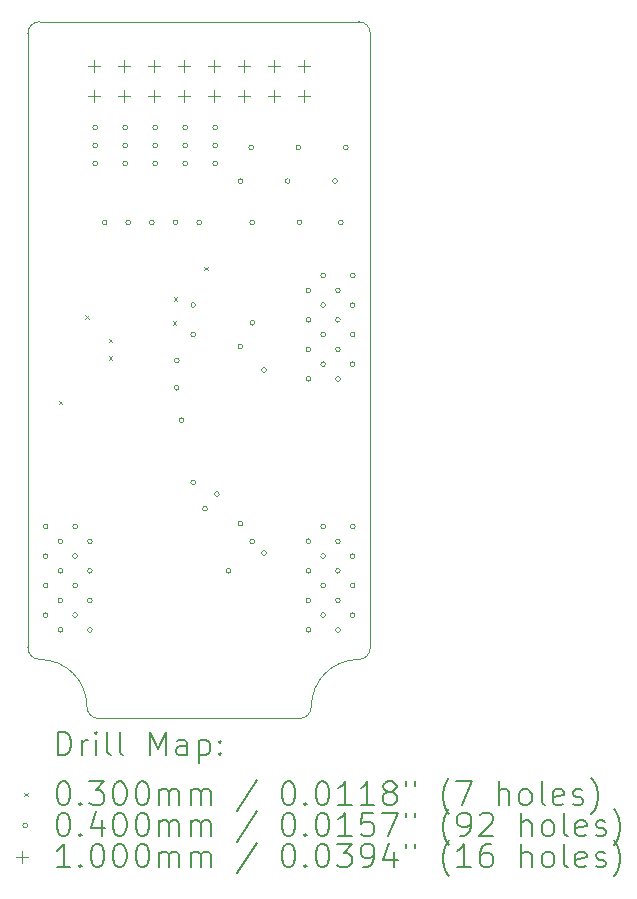
<source format=gbr>
%TF.GenerationSoftware,KiCad,Pcbnew,(6.0.9)*%
%TF.CreationDate,2022-12-02T21:30:59+00:00*%
%TF.ProjectId,SPIRadioCFRTC,53504952-6164-4696-9f43-465254432e6b,rev?*%
%TF.SameCoordinates,Original*%
%TF.FileFunction,Drillmap*%
%TF.FilePolarity,Positive*%
%FSLAX45Y45*%
G04 Gerber Fmt 4.5, Leading zero omitted, Abs format (unit mm)*
G04 Created by KiCad (PCBNEW (6.0.9)) date 2022-12-02 21:30:59*
%MOMM*%
%LPD*%
G01*
G04 APERTURE LIST*
%ADD10C,0.050000*%
%ADD11C,0.200000*%
%ADD12C,0.030000*%
%ADD13C,0.040000*%
%ADD14C,0.100000*%
G04 APERTURE END LIST*
D10*
X2150000Y-2050000D02*
X4850000Y-2050000D01*
X4950000Y-2150000D02*
X4950000Y-7350000D01*
X4350000Y-7950000D02*
X2650000Y-7950000D01*
X2050000Y-7350000D02*
X2050000Y-2150000D01*
X2150000Y-2050000D02*
G75*
G03*
X2050000Y-2150000I0J-100000D01*
G01*
X4950000Y-2150000D02*
G75*
G03*
X4850000Y-2050000I-100000J0D01*
G01*
X4350000Y-7950000D02*
G75*
G03*
X4450000Y-7850000I0J100000D01*
G01*
X2550000Y-7850000D02*
G75*
G03*
X2650000Y-7950000I100000J0D01*
G01*
X4850000Y-7450000D02*
G75*
G03*
X4950000Y-7350000I0J100000D01*
G01*
X2050000Y-7350000D02*
G75*
G03*
X2150000Y-7450000I100000J0D01*
G01*
X2550000Y-7850000D02*
G75*
G03*
X2150000Y-7450000I-400000J0D01*
G01*
X4850000Y-7450000D02*
G75*
G03*
X4450000Y-7850000I0J-400000D01*
G01*
D11*
D12*
X2310000Y-5260000D02*
X2340000Y-5290000D01*
X2340000Y-5260000D02*
X2310000Y-5290000D01*
X2535000Y-4535000D02*
X2565000Y-4565000D01*
X2565000Y-4535000D02*
X2535000Y-4565000D01*
X2735000Y-4735000D02*
X2765000Y-4765000D01*
X2765000Y-4735000D02*
X2735000Y-4765000D01*
X2735000Y-4885000D02*
X2765000Y-4915000D01*
X2765000Y-4885000D02*
X2735000Y-4915000D01*
X3275000Y-4585000D02*
X3305000Y-4615000D01*
X3305000Y-4585000D02*
X3275000Y-4615000D01*
X3285000Y-4385000D02*
X3315000Y-4415000D01*
X3315000Y-4385000D02*
X3285000Y-4415000D01*
X3544799Y-4125201D02*
X3574799Y-4155201D01*
X3574799Y-4125201D02*
X3544799Y-4155201D01*
D13*
X2220000Y-6325000D02*
G75*
G03*
X2220000Y-6325000I-20000J0D01*
G01*
X2220000Y-6575000D02*
G75*
G03*
X2220000Y-6575000I-20000J0D01*
G01*
X2220000Y-6825000D02*
G75*
G03*
X2220000Y-6825000I-20000J0D01*
G01*
X2220000Y-7075000D02*
G75*
G03*
X2220000Y-7075000I-20000J0D01*
G01*
X2345000Y-6450000D02*
G75*
G03*
X2345000Y-6450000I-20000J0D01*
G01*
X2345000Y-6700000D02*
G75*
G03*
X2345000Y-6700000I-20000J0D01*
G01*
X2345000Y-6950000D02*
G75*
G03*
X2345000Y-6950000I-20000J0D01*
G01*
X2345000Y-7200000D02*
G75*
G03*
X2345000Y-7200000I-20000J0D01*
G01*
X2470000Y-6325000D02*
G75*
G03*
X2470000Y-6325000I-20000J0D01*
G01*
X2470000Y-6575000D02*
G75*
G03*
X2470000Y-6575000I-20000J0D01*
G01*
X2470000Y-6825000D02*
G75*
G03*
X2470000Y-6825000I-20000J0D01*
G01*
X2470000Y-7075000D02*
G75*
G03*
X2470000Y-7075000I-20000J0D01*
G01*
X2595000Y-6450000D02*
G75*
G03*
X2595000Y-6450000I-20000J0D01*
G01*
X2595000Y-6700000D02*
G75*
G03*
X2595000Y-6700000I-20000J0D01*
G01*
X2595000Y-6950000D02*
G75*
G03*
X2595000Y-6950000I-20000J0D01*
G01*
X2595000Y-7200000D02*
G75*
G03*
X2595000Y-7200000I-20000J0D01*
G01*
X2639800Y-2947400D02*
G75*
G03*
X2639800Y-2947400I-20000J0D01*
G01*
X2639800Y-3099800D02*
G75*
G03*
X2639800Y-3099800I-20000J0D01*
G01*
X2639800Y-3252200D02*
G75*
G03*
X2639800Y-3252200I-20000J0D01*
G01*
X2720000Y-3750000D02*
G75*
G03*
X2720000Y-3750000I-20000J0D01*
G01*
X2893800Y-2947400D02*
G75*
G03*
X2893800Y-2947400I-20000J0D01*
G01*
X2893800Y-3099800D02*
G75*
G03*
X2893800Y-3099800I-20000J0D01*
G01*
X2893800Y-3252200D02*
G75*
G03*
X2893800Y-3252200I-20000J0D01*
G01*
X2920000Y-3750000D02*
G75*
G03*
X2920000Y-3750000I-20000J0D01*
G01*
X3120000Y-3750000D02*
G75*
G03*
X3120000Y-3750000I-20000J0D01*
G01*
X3147800Y-2947400D02*
G75*
G03*
X3147800Y-2947400I-20000J0D01*
G01*
X3147800Y-3099800D02*
G75*
G03*
X3147800Y-3099800I-20000J0D01*
G01*
X3147800Y-3252200D02*
G75*
G03*
X3147800Y-3252200I-20000J0D01*
G01*
X3320000Y-3750000D02*
G75*
G03*
X3320000Y-3750000I-20000J0D01*
G01*
X3330000Y-4920000D02*
G75*
G03*
X3330000Y-4920000I-20000J0D01*
G01*
X3330000Y-5150000D02*
G75*
G03*
X3330000Y-5150000I-20000J0D01*
G01*
X3370000Y-5425000D02*
G75*
G03*
X3370000Y-5425000I-20000J0D01*
G01*
X3401800Y-2947400D02*
G75*
G03*
X3401800Y-2947400I-20000J0D01*
G01*
X3401800Y-3099800D02*
G75*
G03*
X3401800Y-3099800I-20000J0D01*
G01*
X3401800Y-3252200D02*
G75*
G03*
X3401800Y-3252200I-20000J0D01*
G01*
X3470000Y-4450000D02*
G75*
G03*
X3470000Y-4450000I-20000J0D01*
G01*
X3470000Y-4700000D02*
G75*
G03*
X3470000Y-4700000I-20000J0D01*
G01*
X3470000Y-5950000D02*
G75*
G03*
X3470000Y-5950000I-20000J0D01*
G01*
X3520000Y-3750000D02*
G75*
G03*
X3520000Y-3750000I-20000J0D01*
G01*
X3570000Y-6174200D02*
G75*
G03*
X3570000Y-6174200I-20000J0D01*
G01*
X3655800Y-2947400D02*
G75*
G03*
X3655800Y-2947400I-20000J0D01*
G01*
X3655800Y-3099800D02*
G75*
G03*
X3655800Y-3099800I-20000J0D01*
G01*
X3655800Y-3252200D02*
G75*
G03*
X3655800Y-3252200I-20000J0D01*
G01*
X3670000Y-6050000D02*
G75*
G03*
X3670000Y-6050000I-20000J0D01*
G01*
X3770000Y-6700000D02*
G75*
G03*
X3770000Y-6700000I-20000J0D01*
G01*
X3870000Y-3400000D02*
G75*
G03*
X3870000Y-3400000I-20000J0D01*
G01*
X3870000Y-4800000D02*
G75*
G03*
X3870000Y-4800000I-20000J0D01*
G01*
X3870000Y-6300000D02*
G75*
G03*
X3870000Y-6300000I-20000J0D01*
G01*
X3960625Y-3115625D02*
G75*
G03*
X3960625Y-3115625I-20000J0D01*
G01*
X3970000Y-3750000D02*
G75*
G03*
X3970000Y-3750000I-20000J0D01*
G01*
X3970000Y-4600000D02*
G75*
G03*
X3970000Y-4600000I-20000J0D01*
G01*
X3970000Y-6450000D02*
G75*
G03*
X3970000Y-6450000I-20000J0D01*
G01*
X4070000Y-5000000D02*
G75*
G03*
X4070000Y-5000000I-20000J0D01*
G01*
X4070000Y-6550000D02*
G75*
G03*
X4070000Y-6550000I-20000J0D01*
G01*
X4270000Y-3400000D02*
G75*
G03*
X4270000Y-3400000I-20000J0D01*
G01*
X4360625Y-3115625D02*
G75*
G03*
X4360625Y-3115625I-20000J0D01*
G01*
X4370000Y-3750000D02*
G75*
G03*
X4370000Y-3750000I-20000J0D01*
G01*
X4445000Y-4325000D02*
G75*
G03*
X4445000Y-4325000I-20000J0D01*
G01*
X4445000Y-4575000D02*
G75*
G03*
X4445000Y-4575000I-20000J0D01*
G01*
X4445000Y-4825000D02*
G75*
G03*
X4445000Y-4825000I-20000J0D01*
G01*
X4445000Y-5075000D02*
G75*
G03*
X4445000Y-5075000I-20000J0D01*
G01*
X4445000Y-6450000D02*
G75*
G03*
X4445000Y-6450000I-20000J0D01*
G01*
X4445000Y-6700000D02*
G75*
G03*
X4445000Y-6700000I-20000J0D01*
G01*
X4445000Y-6950000D02*
G75*
G03*
X4445000Y-6950000I-20000J0D01*
G01*
X4445000Y-7200000D02*
G75*
G03*
X4445000Y-7200000I-20000J0D01*
G01*
X4570000Y-4200000D02*
G75*
G03*
X4570000Y-4200000I-20000J0D01*
G01*
X4570000Y-4450000D02*
G75*
G03*
X4570000Y-4450000I-20000J0D01*
G01*
X4570000Y-4700000D02*
G75*
G03*
X4570000Y-4700000I-20000J0D01*
G01*
X4570000Y-4950000D02*
G75*
G03*
X4570000Y-4950000I-20000J0D01*
G01*
X4570000Y-6325000D02*
G75*
G03*
X4570000Y-6325000I-20000J0D01*
G01*
X4570000Y-6575000D02*
G75*
G03*
X4570000Y-6575000I-20000J0D01*
G01*
X4570000Y-6825000D02*
G75*
G03*
X4570000Y-6825000I-20000J0D01*
G01*
X4570000Y-7075000D02*
G75*
G03*
X4570000Y-7075000I-20000J0D01*
G01*
X4670000Y-3400000D02*
G75*
G03*
X4670000Y-3400000I-20000J0D01*
G01*
X4695000Y-4325000D02*
G75*
G03*
X4695000Y-4325000I-20000J0D01*
G01*
X4695000Y-4575000D02*
G75*
G03*
X4695000Y-4575000I-20000J0D01*
G01*
X4695000Y-4825000D02*
G75*
G03*
X4695000Y-4825000I-20000J0D01*
G01*
X4695000Y-5075000D02*
G75*
G03*
X4695000Y-5075000I-20000J0D01*
G01*
X4695000Y-6450000D02*
G75*
G03*
X4695000Y-6450000I-20000J0D01*
G01*
X4695000Y-6700000D02*
G75*
G03*
X4695000Y-6700000I-20000J0D01*
G01*
X4695000Y-6950000D02*
G75*
G03*
X4695000Y-6950000I-20000J0D01*
G01*
X4695000Y-7200000D02*
G75*
G03*
X4695000Y-7200000I-20000J0D01*
G01*
X4720000Y-3750000D02*
G75*
G03*
X4720000Y-3750000I-20000J0D01*
G01*
X4760625Y-3115625D02*
G75*
G03*
X4760625Y-3115625I-20000J0D01*
G01*
X4820000Y-4200000D02*
G75*
G03*
X4820000Y-4200000I-20000J0D01*
G01*
X4820000Y-4450000D02*
G75*
G03*
X4820000Y-4450000I-20000J0D01*
G01*
X4820000Y-4700000D02*
G75*
G03*
X4820000Y-4700000I-20000J0D01*
G01*
X4820000Y-4950000D02*
G75*
G03*
X4820000Y-4950000I-20000J0D01*
G01*
X4820000Y-6325000D02*
G75*
G03*
X4820000Y-6325000I-20000J0D01*
G01*
X4820000Y-6575000D02*
G75*
G03*
X4820000Y-6575000I-20000J0D01*
G01*
X4820000Y-6825000D02*
G75*
G03*
X4820000Y-6825000I-20000J0D01*
G01*
X4820000Y-7075000D02*
G75*
G03*
X4820000Y-7075000I-20000J0D01*
G01*
D14*
X2611000Y-2373000D02*
X2611000Y-2473000D01*
X2561000Y-2423000D02*
X2661000Y-2423000D01*
X2611000Y-2627000D02*
X2611000Y-2727000D01*
X2561000Y-2677000D02*
X2661000Y-2677000D01*
X2865000Y-2373000D02*
X2865000Y-2473000D01*
X2815000Y-2423000D02*
X2915000Y-2423000D01*
X2865000Y-2627000D02*
X2865000Y-2727000D01*
X2815000Y-2677000D02*
X2915000Y-2677000D01*
X3119000Y-2373000D02*
X3119000Y-2473000D01*
X3069000Y-2423000D02*
X3169000Y-2423000D01*
X3119000Y-2627000D02*
X3119000Y-2727000D01*
X3069000Y-2677000D02*
X3169000Y-2677000D01*
X3373000Y-2373000D02*
X3373000Y-2473000D01*
X3323000Y-2423000D02*
X3423000Y-2423000D01*
X3373000Y-2627000D02*
X3373000Y-2727000D01*
X3323000Y-2677000D02*
X3423000Y-2677000D01*
X3627000Y-2373000D02*
X3627000Y-2473000D01*
X3577000Y-2423000D02*
X3677000Y-2423000D01*
X3627000Y-2627000D02*
X3627000Y-2727000D01*
X3577000Y-2677000D02*
X3677000Y-2677000D01*
X3881000Y-2373000D02*
X3881000Y-2473000D01*
X3831000Y-2423000D02*
X3931000Y-2423000D01*
X3881000Y-2627000D02*
X3881000Y-2727000D01*
X3831000Y-2677000D02*
X3931000Y-2677000D01*
X4135000Y-2373000D02*
X4135000Y-2473000D01*
X4085000Y-2423000D02*
X4185000Y-2423000D01*
X4135000Y-2627000D02*
X4135000Y-2727000D01*
X4085000Y-2677000D02*
X4185000Y-2677000D01*
X4389000Y-2373000D02*
X4389000Y-2473000D01*
X4339000Y-2423000D02*
X4439000Y-2423000D01*
X4389000Y-2627000D02*
X4389000Y-2727000D01*
X4339000Y-2677000D02*
X4439000Y-2677000D01*
D11*
X2305119Y-8262976D02*
X2305119Y-8062976D01*
X2352738Y-8062976D01*
X2381310Y-8072500D01*
X2400357Y-8091548D01*
X2409881Y-8110595D01*
X2419405Y-8148690D01*
X2419405Y-8177262D01*
X2409881Y-8215357D01*
X2400357Y-8234405D01*
X2381310Y-8253452D01*
X2352738Y-8262976D01*
X2305119Y-8262976D01*
X2505119Y-8262976D02*
X2505119Y-8129643D01*
X2505119Y-8167738D02*
X2514643Y-8148690D01*
X2524167Y-8139167D01*
X2543214Y-8129643D01*
X2562262Y-8129643D01*
X2628929Y-8262976D02*
X2628929Y-8129643D01*
X2628929Y-8062976D02*
X2619405Y-8072500D01*
X2628929Y-8082024D01*
X2638452Y-8072500D01*
X2628929Y-8062976D01*
X2628929Y-8082024D01*
X2752738Y-8262976D02*
X2733690Y-8253452D01*
X2724167Y-8234405D01*
X2724167Y-8062976D01*
X2857500Y-8262976D02*
X2838452Y-8253452D01*
X2828928Y-8234405D01*
X2828928Y-8062976D01*
X3086071Y-8262976D02*
X3086071Y-8062976D01*
X3152738Y-8205833D01*
X3219405Y-8062976D01*
X3219405Y-8262976D01*
X3400357Y-8262976D02*
X3400357Y-8158214D01*
X3390833Y-8139167D01*
X3371786Y-8129643D01*
X3333690Y-8129643D01*
X3314643Y-8139167D01*
X3400357Y-8253452D02*
X3381309Y-8262976D01*
X3333690Y-8262976D01*
X3314643Y-8253452D01*
X3305119Y-8234405D01*
X3305119Y-8215357D01*
X3314643Y-8196309D01*
X3333690Y-8186786D01*
X3381309Y-8186786D01*
X3400357Y-8177262D01*
X3495595Y-8129643D02*
X3495595Y-8329643D01*
X3495595Y-8139167D02*
X3514643Y-8129643D01*
X3552738Y-8129643D01*
X3571786Y-8139167D01*
X3581309Y-8148690D01*
X3590833Y-8167738D01*
X3590833Y-8224881D01*
X3581309Y-8243928D01*
X3571786Y-8253452D01*
X3552738Y-8262976D01*
X3514643Y-8262976D01*
X3495595Y-8253452D01*
X3676548Y-8243928D02*
X3686071Y-8253452D01*
X3676548Y-8262976D01*
X3667024Y-8253452D01*
X3676548Y-8243928D01*
X3676548Y-8262976D01*
X3676548Y-8139167D02*
X3686071Y-8148690D01*
X3676548Y-8158214D01*
X3667024Y-8148690D01*
X3676548Y-8139167D01*
X3676548Y-8158214D01*
D12*
X2017500Y-8577500D02*
X2047500Y-8607500D01*
X2047500Y-8577500D02*
X2017500Y-8607500D01*
D11*
X2343214Y-8482976D02*
X2362262Y-8482976D01*
X2381310Y-8492500D01*
X2390833Y-8502024D01*
X2400357Y-8521071D01*
X2409881Y-8559167D01*
X2409881Y-8606786D01*
X2400357Y-8644881D01*
X2390833Y-8663929D01*
X2381310Y-8673452D01*
X2362262Y-8682976D01*
X2343214Y-8682976D01*
X2324167Y-8673452D01*
X2314643Y-8663929D01*
X2305119Y-8644881D01*
X2295595Y-8606786D01*
X2295595Y-8559167D01*
X2305119Y-8521071D01*
X2314643Y-8502024D01*
X2324167Y-8492500D01*
X2343214Y-8482976D01*
X2495595Y-8663929D02*
X2505119Y-8673452D01*
X2495595Y-8682976D01*
X2486071Y-8673452D01*
X2495595Y-8663929D01*
X2495595Y-8682976D01*
X2571786Y-8482976D02*
X2695595Y-8482976D01*
X2628929Y-8559167D01*
X2657500Y-8559167D01*
X2676548Y-8568690D01*
X2686071Y-8578214D01*
X2695595Y-8597262D01*
X2695595Y-8644881D01*
X2686071Y-8663929D01*
X2676548Y-8673452D01*
X2657500Y-8682976D01*
X2600357Y-8682976D01*
X2581310Y-8673452D01*
X2571786Y-8663929D01*
X2819405Y-8482976D02*
X2838452Y-8482976D01*
X2857500Y-8492500D01*
X2867024Y-8502024D01*
X2876548Y-8521071D01*
X2886071Y-8559167D01*
X2886071Y-8606786D01*
X2876548Y-8644881D01*
X2867024Y-8663929D01*
X2857500Y-8673452D01*
X2838452Y-8682976D01*
X2819405Y-8682976D01*
X2800357Y-8673452D01*
X2790833Y-8663929D01*
X2781310Y-8644881D01*
X2771786Y-8606786D01*
X2771786Y-8559167D01*
X2781310Y-8521071D01*
X2790833Y-8502024D01*
X2800357Y-8492500D01*
X2819405Y-8482976D01*
X3009881Y-8482976D02*
X3028928Y-8482976D01*
X3047976Y-8492500D01*
X3057500Y-8502024D01*
X3067024Y-8521071D01*
X3076548Y-8559167D01*
X3076548Y-8606786D01*
X3067024Y-8644881D01*
X3057500Y-8663929D01*
X3047976Y-8673452D01*
X3028928Y-8682976D01*
X3009881Y-8682976D01*
X2990833Y-8673452D01*
X2981309Y-8663929D01*
X2971786Y-8644881D01*
X2962262Y-8606786D01*
X2962262Y-8559167D01*
X2971786Y-8521071D01*
X2981309Y-8502024D01*
X2990833Y-8492500D01*
X3009881Y-8482976D01*
X3162262Y-8682976D02*
X3162262Y-8549643D01*
X3162262Y-8568690D02*
X3171786Y-8559167D01*
X3190833Y-8549643D01*
X3219405Y-8549643D01*
X3238452Y-8559167D01*
X3247976Y-8578214D01*
X3247976Y-8682976D01*
X3247976Y-8578214D02*
X3257500Y-8559167D01*
X3276548Y-8549643D01*
X3305119Y-8549643D01*
X3324167Y-8559167D01*
X3333690Y-8578214D01*
X3333690Y-8682976D01*
X3428928Y-8682976D02*
X3428928Y-8549643D01*
X3428928Y-8568690D02*
X3438452Y-8559167D01*
X3457500Y-8549643D01*
X3486071Y-8549643D01*
X3505119Y-8559167D01*
X3514643Y-8578214D01*
X3514643Y-8682976D01*
X3514643Y-8578214D02*
X3524167Y-8559167D01*
X3543214Y-8549643D01*
X3571786Y-8549643D01*
X3590833Y-8559167D01*
X3600357Y-8578214D01*
X3600357Y-8682976D01*
X3990833Y-8473452D02*
X3819405Y-8730595D01*
X4247976Y-8482976D02*
X4267024Y-8482976D01*
X4286071Y-8492500D01*
X4295595Y-8502024D01*
X4305119Y-8521071D01*
X4314643Y-8559167D01*
X4314643Y-8606786D01*
X4305119Y-8644881D01*
X4295595Y-8663929D01*
X4286071Y-8673452D01*
X4267024Y-8682976D01*
X4247976Y-8682976D01*
X4228929Y-8673452D01*
X4219405Y-8663929D01*
X4209881Y-8644881D01*
X4200357Y-8606786D01*
X4200357Y-8559167D01*
X4209881Y-8521071D01*
X4219405Y-8502024D01*
X4228929Y-8492500D01*
X4247976Y-8482976D01*
X4400357Y-8663929D02*
X4409881Y-8673452D01*
X4400357Y-8682976D01*
X4390833Y-8673452D01*
X4400357Y-8663929D01*
X4400357Y-8682976D01*
X4533690Y-8482976D02*
X4552738Y-8482976D01*
X4571786Y-8492500D01*
X4581310Y-8502024D01*
X4590833Y-8521071D01*
X4600357Y-8559167D01*
X4600357Y-8606786D01*
X4590833Y-8644881D01*
X4581310Y-8663929D01*
X4571786Y-8673452D01*
X4552738Y-8682976D01*
X4533690Y-8682976D01*
X4514643Y-8673452D01*
X4505119Y-8663929D01*
X4495595Y-8644881D01*
X4486071Y-8606786D01*
X4486071Y-8559167D01*
X4495595Y-8521071D01*
X4505119Y-8502024D01*
X4514643Y-8492500D01*
X4533690Y-8482976D01*
X4790833Y-8682976D02*
X4676548Y-8682976D01*
X4733690Y-8682976D02*
X4733690Y-8482976D01*
X4714643Y-8511548D01*
X4695595Y-8530595D01*
X4676548Y-8540119D01*
X4981310Y-8682976D02*
X4867024Y-8682976D01*
X4924167Y-8682976D02*
X4924167Y-8482976D01*
X4905119Y-8511548D01*
X4886071Y-8530595D01*
X4867024Y-8540119D01*
X5095595Y-8568690D02*
X5076548Y-8559167D01*
X5067024Y-8549643D01*
X5057500Y-8530595D01*
X5057500Y-8521071D01*
X5067024Y-8502024D01*
X5076548Y-8492500D01*
X5095595Y-8482976D01*
X5133690Y-8482976D01*
X5152738Y-8492500D01*
X5162262Y-8502024D01*
X5171786Y-8521071D01*
X5171786Y-8530595D01*
X5162262Y-8549643D01*
X5152738Y-8559167D01*
X5133690Y-8568690D01*
X5095595Y-8568690D01*
X5076548Y-8578214D01*
X5067024Y-8587738D01*
X5057500Y-8606786D01*
X5057500Y-8644881D01*
X5067024Y-8663929D01*
X5076548Y-8673452D01*
X5095595Y-8682976D01*
X5133690Y-8682976D01*
X5152738Y-8673452D01*
X5162262Y-8663929D01*
X5171786Y-8644881D01*
X5171786Y-8606786D01*
X5162262Y-8587738D01*
X5152738Y-8578214D01*
X5133690Y-8568690D01*
X5247976Y-8482976D02*
X5247976Y-8521071D01*
X5324167Y-8482976D02*
X5324167Y-8521071D01*
X5619405Y-8759167D02*
X5609881Y-8749643D01*
X5590833Y-8721071D01*
X5581310Y-8702024D01*
X5571786Y-8673452D01*
X5562262Y-8625833D01*
X5562262Y-8587738D01*
X5571786Y-8540119D01*
X5581310Y-8511548D01*
X5590833Y-8492500D01*
X5609881Y-8463929D01*
X5619405Y-8454405D01*
X5676548Y-8482976D02*
X5809881Y-8482976D01*
X5724167Y-8682976D01*
X6038452Y-8682976D02*
X6038452Y-8482976D01*
X6124167Y-8682976D02*
X6124167Y-8578214D01*
X6114643Y-8559167D01*
X6095595Y-8549643D01*
X6067024Y-8549643D01*
X6047976Y-8559167D01*
X6038452Y-8568690D01*
X6247976Y-8682976D02*
X6228928Y-8673452D01*
X6219405Y-8663929D01*
X6209881Y-8644881D01*
X6209881Y-8587738D01*
X6219405Y-8568690D01*
X6228928Y-8559167D01*
X6247976Y-8549643D01*
X6276548Y-8549643D01*
X6295595Y-8559167D01*
X6305119Y-8568690D01*
X6314643Y-8587738D01*
X6314643Y-8644881D01*
X6305119Y-8663929D01*
X6295595Y-8673452D01*
X6276548Y-8682976D01*
X6247976Y-8682976D01*
X6428928Y-8682976D02*
X6409881Y-8673452D01*
X6400357Y-8654405D01*
X6400357Y-8482976D01*
X6581309Y-8673452D02*
X6562262Y-8682976D01*
X6524167Y-8682976D01*
X6505119Y-8673452D01*
X6495595Y-8654405D01*
X6495595Y-8578214D01*
X6505119Y-8559167D01*
X6524167Y-8549643D01*
X6562262Y-8549643D01*
X6581309Y-8559167D01*
X6590833Y-8578214D01*
X6590833Y-8597262D01*
X6495595Y-8616310D01*
X6667024Y-8673452D02*
X6686071Y-8682976D01*
X6724167Y-8682976D01*
X6743214Y-8673452D01*
X6752738Y-8654405D01*
X6752738Y-8644881D01*
X6743214Y-8625833D01*
X6724167Y-8616310D01*
X6695595Y-8616310D01*
X6676548Y-8606786D01*
X6667024Y-8587738D01*
X6667024Y-8578214D01*
X6676548Y-8559167D01*
X6695595Y-8549643D01*
X6724167Y-8549643D01*
X6743214Y-8559167D01*
X6819405Y-8759167D02*
X6828928Y-8749643D01*
X6847976Y-8721071D01*
X6857500Y-8702024D01*
X6867024Y-8673452D01*
X6876548Y-8625833D01*
X6876548Y-8587738D01*
X6867024Y-8540119D01*
X6857500Y-8511548D01*
X6847976Y-8492500D01*
X6828928Y-8463929D01*
X6819405Y-8454405D01*
D13*
X2047500Y-8856500D02*
G75*
G03*
X2047500Y-8856500I-20000J0D01*
G01*
D11*
X2343214Y-8746976D02*
X2362262Y-8746976D01*
X2381310Y-8756500D01*
X2390833Y-8766024D01*
X2400357Y-8785071D01*
X2409881Y-8823167D01*
X2409881Y-8870786D01*
X2400357Y-8908881D01*
X2390833Y-8927929D01*
X2381310Y-8937452D01*
X2362262Y-8946976D01*
X2343214Y-8946976D01*
X2324167Y-8937452D01*
X2314643Y-8927929D01*
X2305119Y-8908881D01*
X2295595Y-8870786D01*
X2295595Y-8823167D01*
X2305119Y-8785071D01*
X2314643Y-8766024D01*
X2324167Y-8756500D01*
X2343214Y-8746976D01*
X2495595Y-8927929D02*
X2505119Y-8937452D01*
X2495595Y-8946976D01*
X2486071Y-8937452D01*
X2495595Y-8927929D01*
X2495595Y-8946976D01*
X2676548Y-8813643D02*
X2676548Y-8946976D01*
X2628929Y-8737452D02*
X2581310Y-8880310D01*
X2705119Y-8880310D01*
X2819405Y-8746976D02*
X2838452Y-8746976D01*
X2857500Y-8756500D01*
X2867024Y-8766024D01*
X2876548Y-8785071D01*
X2886071Y-8823167D01*
X2886071Y-8870786D01*
X2876548Y-8908881D01*
X2867024Y-8927929D01*
X2857500Y-8937452D01*
X2838452Y-8946976D01*
X2819405Y-8946976D01*
X2800357Y-8937452D01*
X2790833Y-8927929D01*
X2781310Y-8908881D01*
X2771786Y-8870786D01*
X2771786Y-8823167D01*
X2781310Y-8785071D01*
X2790833Y-8766024D01*
X2800357Y-8756500D01*
X2819405Y-8746976D01*
X3009881Y-8746976D02*
X3028928Y-8746976D01*
X3047976Y-8756500D01*
X3057500Y-8766024D01*
X3067024Y-8785071D01*
X3076548Y-8823167D01*
X3076548Y-8870786D01*
X3067024Y-8908881D01*
X3057500Y-8927929D01*
X3047976Y-8937452D01*
X3028928Y-8946976D01*
X3009881Y-8946976D01*
X2990833Y-8937452D01*
X2981309Y-8927929D01*
X2971786Y-8908881D01*
X2962262Y-8870786D01*
X2962262Y-8823167D01*
X2971786Y-8785071D01*
X2981309Y-8766024D01*
X2990833Y-8756500D01*
X3009881Y-8746976D01*
X3162262Y-8946976D02*
X3162262Y-8813643D01*
X3162262Y-8832690D02*
X3171786Y-8823167D01*
X3190833Y-8813643D01*
X3219405Y-8813643D01*
X3238452Y-8823167D01*
X3247976Y-8842214D01*
X3247976Y-8946976D01*
X3247976Y-8842214D02*
X3257500Y-8823167D01*
X3276548Y-8813643D01*
X3305119Y-8813643D01*
X3324167Y-8823167D01*
X3333690Y-8842214D01*
X3333690Y-8946976D01*
X3428928Y-8946976D02*
X3428928Y-8813643D01*
X3428928Y-8832690D02*
X3438452Y-8823167D01*
X3457500Y-8813643D01*
X3486071Y-8813643D01*
X3505119Y-8823167D01*
X3514643Y-8842214D01*
X3514643Y-8946976D01*
X3514643Y-8842214D02*
X3524167Y-8823167D01*
X3543214Y-8813643D01*
X3571786Y-8813643D01*
X3590833Y-8823167D01*
X3600357Y-8842214D01*
X3600357Y-8946976D01*
X3990833Y-8737452D02*
X3819405Y-8994595D01*
X4247976Y-8746976D02*
X4267024Y-8746976D01*
X4286071Y-8756500D01*
X4295595Y-8766024D01*
X4305119Y-8785071D01*
X4314643Y-8823167D01*
X4314643Y-8870786D01*
X4305119Y-8908881D01*
X4295595Y-8927929D01*
X4286071Y-8937452D01*
X4267024Y-8946976D01*
X4247976Y-8946976D01*
X4228929Y-8937452D01*
X4219405Y-8927929D01*
X4209881Y-8908881D01*
X4200357Y-8870786D01*
X4200357Y-8823167D01*
X4209881Y-8785071D01*
X4219405Y-8766024D01*
X4228929Y-8756500D01*
X4247976Y-8746976D01*
X4400357Y-8927929D02*
X4409881Y-8937452D01*
X4400357Y-8946976D01*
X4390833Y-8937452D01*
X4400357Y-8927929D01*
X4400357Y-8946976D01*
X4533690Y-8746976D02*
X4552738Y-8746976D01*
X4571786Y-8756500D01*
X4581310Y-8766024D01*
X4590833Y-8785071D01*
X4600357Y-8823167D01*
X4600357Y-8870786D01*
X4590833Y-8908881D01*
X4581310Y-8927929D01*
X4571786Y-8937452D01*
X4552738Y-8946976D01*
X4533690Y-8946976D01*
X4514643Y-8937452D01*
X4505119Y-8927929D01*
X4495595Y-8908881D01*
X4486071Y-8870786D01*
X4486071Y-8823167D01*
X4495595Y-8785071D01*
X4505119Y-8766024D01*
X4514643Y-8756500D01*
X4533690Y-8746976D01*
X4790833Y-8946976D02*
X4676548Y-8946976D01*
X4733690Y-8946976D02*
X4733690Y-8746976D01*
X4714643Y-8775548D01*
X4695595Y-8794595D01*
X4676548Y-8804119D01*
X4971786Y-8746976D02*
X4876548Y-8746976D01*
X4867024Y-8842214D01*
X4876548Y-8832690D01*
X4895595Y-8823167D01*
X4943214Y-8823167D01*
X4962262Y-8832690D01*
X4971786Y-8842214D01*
X4981310Y-8861262D01*
X4981310Y-8908881D01*
X4971786Y-8927929D01*
X4962262Y-8937452D01*
X4943214Y-8946976D01*
X4895595Y-8946976D01*
X4876548Y-8937452D01*
X4867024Y-8927929D01*
X5047976Y-8746976D02*
X5181310Y-8746976D01*
X5095595Y-8946976D01*
X5247976Y-8746976D02*
X5247976Y-8785071D01*
X5324167Y-8746976D02*
X5324167Y-8785071D01*
X5619405Y-9023167D02*
X5609881Y-9013643D01*
X5590833Y-8985071D01*
X5581310Y-8966024D01*
X5571786Y-8937452D01*
X5562262Y-8889833D01*
X5562262Y-8851738D01*
X5571786Y-8804119D01*
X5581310Y-8775548D01*
X5590833Y-8756500D01*
X5609881Y-8727929D01*
X5619405Y-8718405D01*
X5705119Y-8946976D02*
X5743214Y-8946976D01*
X5762262Y-8937452D01*
X5771786Y-8927929D01*
X5790833Y-8899357D01*
X5800357Y-8861262D01*
X5800357Y-8785071D01*
X5790833Y-8766024D01*
X5781309Y-8756500D01*
X5762262Y-8746976D01*
X5724167Y-8746976D01*
X5705119Y-8756500D01*
X5695595Y-8766024D01*
X5686071Y-8785071D01*
X5686071Y-8832690D01*
X5695595Y-8851738D01*
X5705119Y-8861262D01*
X5724167Y-8870786D01*
X5762262Y-8870786D01*
X5781309Y-8861262D01*
X5790833Y-8851738D01*
X5800357Y-8832690D01*
X5876548Y-8766024D02*
X5886071Y-8756500D01*
X5905119Y-8746976D01*
X5952738Y-8746976D01*
X5971786Y-8756500D01*
X5981309Y-8766024D01*
X5990833Y-8785071D01*
X5990833Y-8804119D01*
X5981309Y-8832690D01*
X5867024Y-8946976D01*
X5990833Y-8946976D01*
X6228928Y-8946976D02*
X6228928Y-8746976D01*
X6314643Y-8946976D02*
X6314643Y-8842214D01*
X6305119Y-8823167D01*
X6286071Y-8813643D01*
X6257500Y-8813643D01*
X6238452Y-8823167D01*
X6228928Y-8832690D01*
X6438452Y-8946976D02*
X6419405Y-8937452D01*
X6409881Y-8927929D01*
X6400357Y-8908881D01*
X6400357Y-8851738D01*
X6409881Y-8832690D01*
X6419405Y-8823167D01*
X6438452Y-8813643D01*
X6467024Y-8813643D01*
X6486071Y-8823167D01*
X6495595Y-8832690D01*
X6505119Y-8851738D01*
X6505119Y-8908881D01*
X6495595Y-8927929D01*
X6486071Y-8937452D01*
X6467024Y-8946976D01*
X6438452Y-8946976D01*
X6619405Y-8946976D02*
X6600357Y-8937452D01*
X6590833Y-8918405D01*
X6590833Y-8746976D01*
X6771786Y-8937452D02*
X6752738Y-8946976D01*
X6714643Y-8946976D01*
X6695595Y-8937452D01*
X6686071Y-8918405D01*
X6686071Y-8842214D01*
X6695595Y-8823167D01*
X6714643Y-8813643D01*
X6752738Y-8813643D01*
X6771786Y-8823167D01*
X6781309Y-8842214D01*
X6781309Y-8861262D01*
X6686071Y-8880310D01*
X6857500Y-8937452D02*
X6876548Y-8946976D01*
X6914643Y-8946976D01*
X6933690Y-8937452D01*
X6943214Y-8918405D01*
X6943214Y-8908881D01*
X6933690Y-8889833D01*
X6914643Y-8880310D01*
X6886071Y-8880310D01*
X6867024Y-8870786D01*
X6857500Y-8851738D01*
X6857500Y-8842214D01*
X6867024Y-8823167D01*
X6886071Y-8813643D01*
X6914643Y-8813643D01*
X6933690Y-8823167D01*
X7009881Y-9023167D02*
X7019405Y-9013643D01*
X7038452Y-8985071D01*
X7047976Y-8966024D01*
X7057500Y-8937452D01*
X7067024Y-8889833D01*
X7067024Y-8851738D01*
X7057500Y-8804119D01*
X7047976Y-8775548D01*
X7038452Y-8756500D01*
X7019405Y-8727929D01*
X7009881Y-8718405D01*
D14*
X1997500Y-9070500D02*
X1997500Y-9170500D01*
X1947500Y-9120500D02*
X2047500Y-9120500D01*
D11*
X2409881Y-9210976D02*
X2295595Y-9210976D01*
X2352738Y-9210976D02*
X2352738Y-9010976D01*
X2333690Y-9039548D01*
X2314643Y-9058595D01*
X2295595Y-9068119D01*
X2495595Y-9191929D02*
X2505119Y-9201452D01*
X2495595Y-9210976D01*
X2486071Y-9201452D01*
X2495595Y-9191929D01*
X2495595Y-9210976D01*
X2628929Y-9010976D02*
X2647976Y-9010976D01*
X2667024Y-9020500D01*
X2676548Y-9030024D01*
X2686071Y-9049071D01*
X2695595Y-9087167D01*
X2695595Y-9134786D01*
X2686071Y-9172881D01*
X2676548Y-9191929D01*
X2667024Y-9201452D01*
X2647976Y-9210976D01*
X2628929Y-9210976D01*
X2609881Y-9201452D01*
X2600357Y-9191929D01*
X2590833Y-9172881D01*
X2581310Y-9134786D01*
X2581310Y-9087167D01*
X2590833Y-9049071D01*
X2600357Y-9030024D01*
X2609881Y-9020500D01*
X2628929Y-9010976D01*
X2819405Y-9010976D02*
X2838452Y-9010976D01*
X2857500Y-9020500D01*
X2867024Y-9030024D01*
X2876548Y-9049071D01*
X2886071Y-9087167D01*
X2886071Y-9134786D01*
X2876548Y-9172881D01*
X2867024Y-9191929D01*
X2857500Y-9201452D01*
X2838452Y-9210976D01*
X2819405Y-9210976D01*
X2800357Y-9201452D01*
X2790833Y-9191929D01*
X2781310Y-9172881D01*
X2771786Y-9134786D01*
X2771786Y-9087167D01*
X2781310Y-9049071D01*
X2790833Y-9030024D01*
X2800357Y-9020500D01*
X2819405Y-9010976D01*
X3009881Y-9010976D02*
X3028928Y-9010976D01*
X3047976Y-9020500D01*
X3057500Y-9030024D01*
X3067024Y-9049071D01*
X3076548Y-9087167D01*
X3076548Y-9134786D01*
X3067024Y-9172881D01*
X3057500Y-9191929D01*
X3047976Y-9201452D01*
X3028928Y-9210976D01*
X3009881Y-9210976D01*
X2990833Y-9201452D01*
X2981309Y-9191929D01*
X2971786Y-9172881D01*
X2962262Y-9134786D01*
X2962262Y-9087167D01*
X2971786Y-9049071D01*
X2981309Y-9030024D01*
X2990833Y-9020500D01*
X3009881Y-9010976D01*
X3162262Y-9210976D02*
X3162262Y-9077643D01*
X3162262Y-9096690D02*
X3171786Y-9087167D01*
X3190833Y-9077643D01*
X3219405Y-9077643D01*
X3238452Y-9087167D01*
X3247976Y-9106214D01*
X3247976Y-9210976D01*
X3247976Y-9106214D02*
X3257500Y-9087167D01*
X3276548Y-9077643D01*
X3305119Y-9077643D01*
X3324167Y-9087167D01*
X3333690Y-9106214D01*
X3333690Y-9210976D01*
X3428928Y-9210976D02*
X3428928Y-9077643D01*
X3428928Y-9096690D02*
X3438452Y-9087167D01*
X3457500Y-9077643D01*
X3486071Y-9077643D01*
X3505119Y-9087167D01*
X3514643Y-9106214D01*
X3514643Y-9210976D01*
X3514643Y-9106214D02*
X3524167Y-9087167D01*
X3543214Y-9077643D01*
X3571786Y-9077643D01*
X3590833Y-9087167D01*
X3600357Y-9106214D01*
X3600357Y-9210976D01*
X3990833Y-9001452D02*
X3819405Y-9258595D01*
X4247976Y-9010976D02*
X4267024Y-9010976D01*
X4286071Y-9020500D01*
X4295595Y-9030024D01*
X4305119Y-9049071D01*
X4314643Y-9087167D01*
X4314643Y-9134786D01*
X4305119Y-9172881D01*
X4295595Y-9191929D01*
X4286071Y-9201452D01*
X4267024Y-9210976D01*
X4247976Y-9210976D01*
X4228929Y-9201452D01*
X4219405Y-9191929D01*
X4209881Y-9172881D01*
X4200357Y-9134786D01*
X4200357Y-9087167D01*
X4209881Y-9049071D01*
X4219405Y-9030024D01*
X4228929Y-9020500D01*
X4247976Y-9010976D01*
X4400357Y-9191929D02*
X4409881Y-9201452D01*
X4400357Y-9210976D01*
X4390833Y-9201452D01*
X4400357Y-9191929D01*
X4400357Y-9210976D01*
X4533690Y-9010976D02*
X4552738Y-9010976D01*
X4571786Y-9020500D01*
X4581310Y-9030024D01*
X4590833Y-9049071D01*
X4600357Y-9087167D01*
X4600357Y-9134786D01*
X4590833Y-9172881D01*
X4581310Y-9191929D01*
X4571786Y-9201452D01*
X4552738Y-9210976D01*
X4533690Y-9210976D01*
X4514643Y-9201452D01*
X4505119Y-9191929D01*
X4495595Y-9172881D01*
X4486071Y-9134786D01*
X4486071Y-9087167D01*
X4495595Y-9049071D01*
X4505119Y-9030024D01*
X4514643Y-9020500D01*
X4533690Y-9010976D01*
X4667024Y-9010976D02*
X4790833Y-9010976D01*
X4724167Y-9087167D01*
X4752738Y-9087167D01*
X4771786Y-9096690D01*
X4781310Y-9106214D01*
X4790833Y-9125262D01*
X4790833Y-9172881D01*
X4781310Y-9191929D01*
X4771786Y-9201452D01*
X4752738Y-9210976D01*
X4695595Y-9210976D01*
X4676548Y-9201452D01*
X4667024Y-9191929D01*
X4886071Y-9210976D02*
X4924167Y-9210976D01*
X4943214Y-9201452D01*
X4952738Y-9191929D01*
X4971786Y-9163357D01*
X4981310Y-9125262D01*
X4981310Y-9049071D01*
X4971786Y-9030024D01*
X4962262Y-9020500D01*
X4943214Y-9010976D01*
X4905119Y-9010976D01*
X4886071Y-9020500D01*
X4876548Y-9030024D01*
X4867024Y-9049071D01*
X4867024Y-9096690D01*
X4876548Y-9115738D01*
X4886071Y-9125262D01*
X4905119Y-9134786D01*
X4943214Y-9134786D01*
X4962262Y-9125262D01*
X4971786Y-9115738D01*
X4981310Y-9096690D01*
X5152738Y-9077643D02*
X5152738Y-9210976D01*
X5105119Y-9001452D02*
X5057500Y-9144310D01*
X5181310Y-9144310D01*
X5247976Y-9010976D02*
X5247976Y-9049071D01*
X5324167Y-9010976D02*
X5324167Y-9049071D01*
X5619405Y-9287167D02*
X5609881Y-9277643D01*
X5590833Y-9249071D01*
X5581310Y-9230024D01*
X5571786Y-9201452D01*
X5562262Y-9153833D01*
X5562262Y-9115738D01*
X5571786Y-9068119D01*
X5581310Y-9039548D01*
X5590833Y-9020500D01*
X5609881Y-8991929D01*
X5619405Y-8982405D01*
X5800357Y-9210976D02*
X5686071Y-9210976D01*
X5743214Y-9210976D02*
X5743214Y-9010976D01*
X5724167Y-9039548D01*
X5705119Y-9058595D01*
X5686071Y-9068119D01*
X5971786Y-9010976D02*
X5933690Y-9010976D01*
X5914643Y-9020500D01*
X5905119Y-9030024D01*
X5886071Y-9058595D01*
X5876548Y-9096690D01*
X5876548Y-9172881D01*
X5886071Y-9191929D01*
X5895595Y-9201452D01*
X5914643Y-9210976D01*
X5952738Y-9210976D01*
X5971786Y-9201452D01*
X5981309Y-9191929D01*
X5990833Y-9172881D01*
X5990833Y-9125262D01*
X5981309Y-9106214D01*
X5971786Y-9096690D01*
X5952738Y-9087167D01*
X5914643Y-9087167D01*
X5895595Y-9096690D01*
X5886071Y-9106214D01*
X5876548Y-9125262D01*
X6228928Y-9210976D02*
X6228928Y-9010976D01*
X6314643Y-9210976D02*
X6314643Y-9106214D01*
X6305119Y-9087167D01*
X6286071Y-9077643D01*
X6257500Y-9077643D01*
X6238452Y-9087167D01*
X6228928Y-9096690D01*
X6438452Y-9210976D02*
X6419405Y-9201452D01*
X6409881Y-9191929D01*
X6400357Y-9172881D01*
X6400357Y-9115738D01*
X6409881Y-9096690D01*
X6419405Y-9087167D01*
X6438452Y-9077643D01*
X6467024Y-9077643D01*
X6486071Y-9087167D01*
X6495595Y-9096690D01*
X6505119Y-9115738D01*
X6505119Y-9172881D01*
X6495595Y-9191929D01*
X6486071Y-9201452D01*
X6467024Y-9210976D01*
X6438452Y-9210976D01*
X6619405Y-9210976D02*
X6600357Y-9201452D01*
X6590833Y-9182405D01*
X6590833Y-9010976D01*
X6771786Y-9201452D02*
X6752738Y-9210976D01*
X6714643Y-9210976D01*
X6695595Y-9201452D01*
X6686071Y-9182405D01*
X6686071Y-9106214D01*
X6695595Y-9087167D01*
X6714643Y-9077643D01*
X6752738Y-9077643D01*
X6771786Y-9087167D01*
X6781309Y-9106214D01*
X6781309Y-9125262D01*
X6686071Y-9144310D01*
X6857500Y-9201452D02*
X6876548Y-9210976D01*
X6914643Y-9210976D01*
X6933690Y-9201452D01*
X6943214Y-9182405D01*
X6943214Y-9172881D01*
X6933690Y-9153833D01*
X6914643Y-9144310D01*
X6886071Y-9144310D01*
X6867024Y-9134786D01*
X6857500Y-9115738D01*
X6857500Y-9106214D01*
X6867024Y-9087167D01*
X6886071Y-9077643D01*
X6914643Y-9077643D01*
X6933690Y-9087167D01*
X7009881Y-9287167D02*
X7019405Y-9277643D01*
X7038452Y-9249071D01*
X7047976Y-9230024D01*
X7057500Y-9201452D01*
X7067024Y-9153833D01*
X7067024Y-9115738D01*
X7057500Y-9068119D01*
X7047976Y-9039548D01*
X7038452Y-9020500D01*
X7019405Y-8991929D01*
X7009881Y-8982405D01*
M02*

</source>
